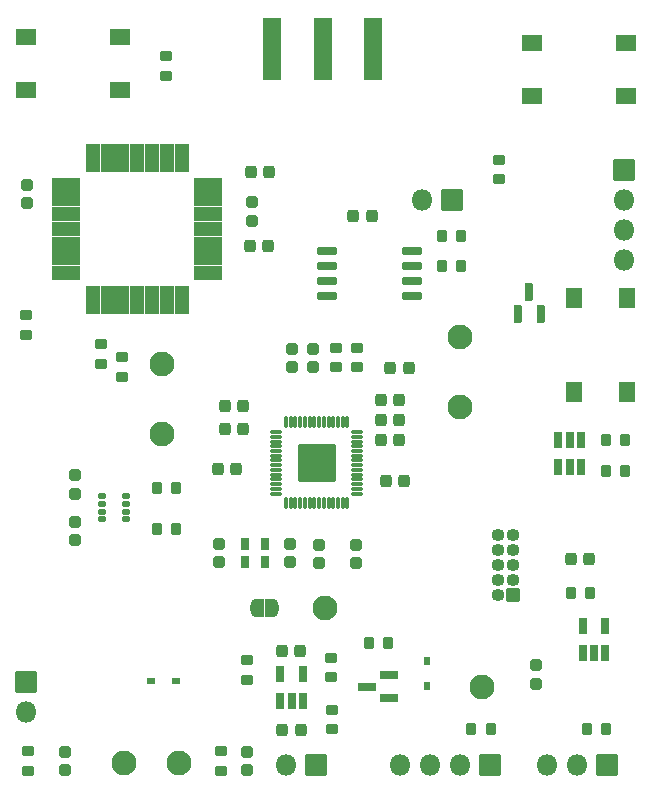
<source format=gts>
%TF.GenerationSoftware,KiCad,Pcbnew,6.0.2-378541a8eb~116~ubuntu20.04.1*%
%TF.CreationDate,2022-03-07T09:24:59-08:00*%
%TF.ProjectId,RP2040_WEDS,52503230-3430-45f5-9745-44532e6b6963,rev?*%
%TF.SameCoordinates,Original*%
%TF.FileFunction,Soldermask,Top*%
%TF.FilePolarity,Negative*%
%FSLAX46Y46*%
G04 Gerber Fmt 4.6, Leading zero omitted, Abs format (unit mm)*
G04 Created by KiCad (PCBNEW 6.0.2-378541a8eb~116~ubuntu20.04.1) date 2022-03-07 09:24:59*
%MOMM*%
%LPD*%
G01*
G04 APERTURE LIST*
G04 Aperture macros list*
%AMRoundRect*
0 Rectangle with rounded corners*
0 $1 Rounding radius*
0 $2 $3 $4 $5 $6 $7 $8 $9 X,Y pos of 4 corners*
0 Add a 4 corners polygon primitive as box body*
4,1,4,$2,$3,$4,$5,$6,$7,$8,$9,$2,$3,0*
0 Add four circle primitives for the rounded corners*
1,1,$1+$1,$2,$3*
1,1,$1+$1,$4,$5*
1,1,$1+$1,$6,$7*
1,1,$1+$1,$8,$9*
0 Add four rect primitives between the rounded corners*
20,1,$1+$1,$2,$3,$4,$5,0*
20,1,$1+$1,$4,$5,$6,$7,0*
20,1,$1+$1,$6,$7,$8,$9,0*
20,1,$1+$1,$8,$9,$2,$3,0*%
%AMFreePoly0*
4,1,37,0.535921,0.785921,0.550800,0.750000,0.550800,-0.750000,0.535921,-0.785921,0.500000,-0.800800,0.000000,-0.800800,-0.012526,-0.795612,-0.080872,-0.794359,-0.095090,-0.792057,-0.230405,-0.749782,-0.243405,-0.743581,-0.361415,-0.665026,-0.372153,-0.655426,-0.463373,-0.546907,-0.470984,-0.534678,-0.528079,-0.404919,-0.531952,-0.391047,-0.549535,-0.256587,-0.548147,-0.256405,-0.550800,-0.250000,
-0.550800,0.250000,-0.550314,0.251174,-0.550158,0.263925,-0.528347,0.404002,-0.524136,0.417775,-0.463888,0.546100,-0.455980,0.558139,-0.362136,0.664397,-0.351168,0.673732,-0.231273,0.749380,-0.218125,0.755261,-0.081818,0.794218,-0.067547,0.796173,-0.011991,0.795833,0.000000,0.800800,0.500000,0.800800,0.535921,0.785921,0.535921,0.785921,$1*%
%AMFreePoly1*
4,1,37,0.012350,0.795685,0.074215,0.795307,0.088460,0.793178,0.224281,0.752559,0.237356,0.746518,0.356318,0.669411,0.367173,0.659942,0.459711,0.552545,0.467470,0.540411,0.526147,0.411359,0.530190,0.397535,0.550287,0.257202,0.550800,0.250000,0.550800,-0.250000,0.550796,-0.250620,0.550647,-0.262836,0.549947,-0.270644,0.526427,-0.410445,0.522048,-0.424167,0.460236,-0.551746,
0.452182,-0.563686,0.357047,-0.668790,0.345965,-0.677991,0.225155,-0.752168,0.211936,-0.757888,0.075163,-0.795177,0.060870,-0.796957,0.011464,-0.796051,0.000000,-0.800800,-0.500000,-0.800800,-0.535921,-0.785921,-0.550800,-0.750000,-0.550800,0.750000,-0.535921,0.785921,-0.500000,0.800800,0.000000,0.800800,0.012350,0.795685,0.012350,0.795685,$1*%
G04 Aperture macros list end*
%ADD10RoundRect,0.050800X-0.250000X-0.175000X0.250000X-0.175000X0.250000X0.175000X-0.250000X0.175000X0*%
%ADD11RoundRect,0.275800X0.225000X0.250000X-0.225000X0.250000X-0.225000X-0.250000X0.225000X-0.250000X0*%
%ADD12RoundRect,0.275800X-0.225000X-0.250000X0.225000X-0.250000X0.225000X0.250000X-0.225000X0.250000X0*%
%ADD13RoundRect,0.275800X0.250000X-0.225000X0.250000X0.225000X-0.250000X0.225000X-0.250000X-0.225000X0*%
%ADD14RoundRect,0.275800X-0.250000X0.225000X-0.250000X-0.225000X0.250000X-0.225000X0.250000X0.225000X0*%
%ADD15RoundRect,0.050800X0.300000X0.225000X-0.300000X0.225000X-0.300000X-0.225000X0.300000X-0.225000X0*%
%ADD16RoundRect,0.269550X0.256250X-0.218750X0.256250X0.218750X-0.256250X0.218750X-0.256250X-0.218750X0*%
%ADD17RoundRect,0.050800X0.225000X-0.300000X0.225000X0.300000X-0.225000X0.300000X-0.225000X-0.300000X0*%
%ADD18RoundRect,0.050800X-0.850000X0.850000X-0.850000X-0.850000X0.850000X-0.850000X0.850000X0.850000X0*%
%ADD19O,1.801600X1.801600*%
%ADD20O,1.101600X1.101600*%
%ADD21RoundRect,0.050800X0.500000X0.500000X-0.500000X0.500000X-0.500000X-0.500000X0.500000X-0.500000X0*%
%ADD22RoundRect,0.200800X0.587500X0.150000X-0.587500X0.150000X-0.587500X-0.150000X0.587500X-0.150000X0*%
%ADD23RoundRect,0.200800X0.150000X-0.587500X0.150000X0.587500X-0.150000X0.587500X-0.150000X-0.587500X0*%
%ADD24RoundRect,0.250800X-0.275000X0.200000X-0.275000X-0.200000X0.275000X-0.200000X0.275000X0.200000X0*%
%ADD25RoundRect,0.250800X-0.200000X-0.275000X0.200000X-0.275000X0.200000X0.275000X-0.200000X0.275000X0*%
%ADD26RoundRect,0.250800X0.275000X-0.200000X0.275000X0.200000X-0.275000X0.200000X-0.275000X-0.200000X0*%
%ADD27RoundRect,0.250800X0.200000X0.275000X-0.200000X0.275000X-0.200000X-0.275000X0.200000X-0.275000X0*%
%ADD28RoundRect,0.050800X0.775000X0.650000X-0.775000X0.650000X-0.775000X-0.650000X0.775000X-0.650000X0*%
%ADD29RoundRect,0.050800X-0.650000X0.775000X-0.650000X-0.775000X0.650000X-0.775000X0.650000X0.775000X0*%
%ADD30RoundRect,0.056800X-0.414000X-0.094000X0.414000X-0.094000X0.414000X0.094000X-0.414000X0.094000X0*%
%ADD31RoundRect,0.070800X-0.080000X-0.400000X0.080000X-0.400000X0.080000X0.400000X-0.080000X0.400000X0*%
%ADD32RoundRect,0.050800X-1.550000X-1.550000X1.550000X-1.550000X1.550000X1.550000X-1.550000X1.550000X0*%
%ADD33RoundRect,0.200800X0.150000X-0.512500X0.150000X0.512500X-0.150000X0.512500X-0.150000X-0.512500X0*%
%ADD34RoundRect,0.200800X0.650000X0.150000X-0.650000X0.150000X-0.650000X-0.150000X0.650000X-0.150000X0*%
%ADD35RoundRect,0.050800X1.150000X-0.500000X1.150000X0.500000X-1.150000X0.500000X-1.150000X-0.500000X0*%
%ADD36RoundRect,0.050800X0.500000X1.150000X-0.500000X1.150000X-0.500000X-1.150000X0.500000X-1.150000X0*%
%ADD37RoundRect,0.050800X-1.150000X0.500000X-1.150000X-0.500000X1.150000X-0.500000X1.150000X0.500000X0*%
%ADD38RoundRect,0.050800X-0.500000X-1.150000X0.500000X-1.150000X0.500000X1.150000X-0.500000X1.150000X0*%
%ADD39RoundRect,0.050800X-0.325000X-0.425000X0.325000X-0.425000X0.325000X0.425000X-0.325000X0.425000X0*%
%ADD40RoundRect,0.050800X0.750000X2.540000X-0.750000X2.540000X-0.750000X-2.540000X0.750000X-2.540000X0*%
%ADD41FreePoly0,180.000000*%
%ADD42FreePoly1,180.000000*%
%ADD43C,2.101600*%
%ADD44RoundRect,0.050800X-0.850000X-0.850000X0.850000X-0.850000X0.850000X0.850000X-0.850000X0.850000X0*%
%ADD45RoundRect,0.050800X0.850000X0.850000X-0.850000X0.850000X-0.850000X-0.850000X0.850000X-0.850000X0*%
G04 APERTURE END LIST*
D10*
%TO.C,U4*%
X130670000Y-108900000D03*
X130670000Y-109550000D03*
X130670000Y-110200000D03*
X130670000Y-110850000D03*
X128620000Y-110850000D03*
X128620000Y-110200000D03*
X128620000Y-109550000D03*
X128620000Y-108900000D03*
%TD*%
D11*
%TO.C,C1*%
X140605000Y-101255000D03*
X139055000Y-101255000D03*
%TD*%
D12*
%TO.C,C2*%
X152655000Y-107555000D03*
X154205000Y-107555000D03*
%TD*%
%TO.C,C3*%
X152255000Y-102455000D03*
X153805000Y-102455000D03*
%TD*%
D13*
%TO.C,C4*%
X146530000Y-97930000D03*
X146530000Y-96380000D03*
%TD*%
D14*
%TO.C,C5*%
X147030000Y-112980000D03*
X147030000Y-114530000D03*
%TD*%
D11*
%TO.C,C6*%
X140005000Y-106555000D03*
X138455000Y-106555000D03*
%TD*%
D12*
%TO.C,C7*%
X152255000Y-104155000D03*
X153805000Y-104155000D03*
%TD*%
D11*
%TO.C,C8*%
X140600000Y-103200000D03*
X139050000Y-103200000D03*
%TD*%
%TO.C,C11*%
X145475000Y-128700000D03*
X143925000Y-128700000D03*
%TD*%
D14*
%TO.C,C10*%
X150130000Y-112980000D03*
X150130000Y-114530000D03*
%TD*%
D13*
%TO.C,C12*%
X144730000Y-97930000D03*
X144730000Y-96380000D03*
%TD*%
D12*
%TO.C,C13*%
X153055000Y-98055000D03*
X154605000Y-98055000D03*
%TD*%
D13*
%TO.C,C14*%
X165400000Y-124750000D03*
X165400000Y-123200000D03*
%TD*%
D14*
%TO.C,C15*%
X126345000Y-112575000D03*
X126345000Y-111025000D03*
%TD*%
D12*
%TO.C,C16*%
X149935000Y-85180000D03*
X151485000Y-85180000D03*
%TD*%
D13*
%TO.C,C17*%
X126345000Y-108675000D03*
X126345000Y-107125000D03*
%TD*%
D12*
%TO.C,C18*%
X168370000Y-114200000D03*
X169920000Y-114200000D03*
%TD*%
D14*
%TO.C,C20*%
X122330000Y-82530000D03*
X122330000Y-84080000D03*
%TD*%
D13*
%TO.C,C21*%
X138595000Y-114475000D03*
X138595000Y-112925000D03*
%TD*%
%TO.C,C22*%
X144595000Y-112925000D03*
X144595000Y-114475000D03*
%TD*%
D12*
%TO.C,C23*%
X141155000Y-87655000D03*
X142705000Y-87655000D03*
%TD*%
%TO.C,C24*%
X141255000Y-81455000D03*
X142805000Y-81455000D03*
%TD*%
D15*
%TO.C,D1*%
X134880000Y-124555000D03*
X132780000Y-124555000D03*
%TD*%
D16*
%TO.C,D2*%
X140945000Y-132087500D03*
X140945000Y-130512500D03*
%TD*%
D17*
%TO.C,D3*%
X156145000Y-124950000D03*
X156145000Y-122850000D03*
%TD*%
D18*
%TO.C,J5*%
X171375000Y-131600000D03*
D19*
X168835000Y-131600000D03*
X166295000Y-131600000D03*
%TD*%
D18*
%TO.C,J3*%
X161525000Y-131600000D03*
D19*
X158985000Y-131600000D03*
X156445000Y-131600000D03*
X153905000Y-131600000D03*
%TD*%
D20*
%TO.C,J7*%
X162200000Y-112170000D03*
X163470000Y-112170000D03*
X162200000Y-113440000D03*
X163470000Y-113440000D03*
X162200000Y-114710000D03*
X163470000Y-114710000D03*
X162200000Y-115980000D03*
X163470000Y-115980000D03*
X162200000Y-117250000D03*
D21*
X163470000Y-117250000D03*
%TD*%
D16*
%TO.C,L1*%
X141330000Y-85542500D03*
X141330000Y-83967500D03*
%TD*%
D22*
%TO.C,Q1*%
X152982500Y-125950000D03*
X152982500Y-124050000D03*
X151107500Y-125000000D03*
%TD*%
D23*
%TO.C,Q2*%
X163880000Y-93492500D03*
X165780000Y-93492500D03*
X164830000Y-91617500D03*
%TD*%
D24*
%TO.C,R1*%
X140945000Y-122775000D03*
X140945000Y-124425000D03*
%TD*%
D25*
%TO.C,R7*%
X157405000Y-89355000D03*
X159055000Y-89355000D03*
%TD*%
D26*
%TO.C,R8*%
X162270000Y-82035000D03*
X162270000Y-80385000D03*
%TD*%
D27*
%TO.C,R9*%
X152870000Y-121300000D03*
X151220000Y-121300000D03*
%TD*%
D25*
%TO.C,R11*%
X133270000Y-108200000D03*
X134920000Y-108200000D03*
%TD*%
%TO.C,R12*%
X133270000Y-111700000D03*
X134920000Y-111700000D03*
%TD*%
D24*
%TO.C,R13*%
X128530000Y-96030000D03*
X128530000Y-97680000D03*
%TD*%
D27*
%TO.C,R14*%
X172955000Y-104155000D03*
X171305000Y-104155000D03*
%TD*%
D24*
%TO.C,R15*%
X130350000Y-97100000D03*
X130350000Y-98750000D03*
%TD*%
D27*
%TO.C,R16*%
X172955000Y-106755000D03*
X171305000Y-106755000D03*
%TD*%
D26*
%TO.C,R17*%
X134030000Y-73280000D03*
X134030000Y-71630000D03*
%TD*%
D28*
%TO.C,SW1*%
X165025000Y-74990000D03*
X172975000Y-74990000D03*
X172975000Y-70490000D03*
X165025000Y-70490000D03*
%TD*%
D29*
%TO.C,SW2*%
X173080000Y-92080000D03*
X173080000Y-100030000D03*
X168580000Y-100030000D03*
X168580000Y-92080000D03*
%TD*%
D28*
%TO.C,SW3*%
X130205000Y-74505000D03*
X122255000Y-74505000D03*
X130205000Y-70005000D03*
X122255000Y-70005000D03*
%TD*%
D30*
%TO.C,U1*%
X143395000Y-103455000D03*
X143395000Y-103855000D03*
X143395000Y-104255000D03*
X143395000Y-104655000D03*
X143395000Y-105055000D03*
X143395000Y-105455000D03*
X143395000Y-105855000D03*
X143395000Y-106255000D03*
X143395000Y-106655000D03*
X143395000Y-107055000D03*
X143395000Y-107455000D03*
X143395000Y-107855000D03*
X143395000Y-108255000D03*
X143395000Y-108655000D03*
D31*
X144230000Y-109490000D03*
X144630000Y-109490000D03*
X145030000Y-109490000D03*
X145430000Y-109490000D03*
X145830000Y-109490000D03*
X146230000Y-109490000D03*
X146630000Y-109490000D03*
X147030000Y-109490000D03*
X147430000Y-109490000D03*
X147830000Y-109490000D03*
X148230000Y-109490000D03*
X148630000Y-109490000D03*
X149030000Y-109490000D03*
X149430000Y-109490000D03*
D30*
X150265000Y-108655000D03*
X150265000Y-108255000D03*
X150265000Y-107855000D03*
X150265000Y-107455000D03*
X150265000Y-107055000D03*
X150265000Y-106655000D03*
X150265000Y-106255000D03*
X150265000Y-105855000D03*
X150265000Y-105455000D03*
X150265000Y-105055000D03*
X150265000Y-104655000D03*
X150265000Y-104255000D03*
X150265000Y-103855000D03*
X150265000Y-103455000D03*
D31*
X149430000Y-102620000D03*
X149030000Y-102620000D03*
X148630000Y-102620000D03*
X148230000Y-102620000D03*
X147830000Y-102620000D03*
X147430000Y-102620000D03*
X147030000Y-102620000D03*
X146630000Y-102620000D03*
X146230000Y-102620000D03*
X145830000Y-102620000D03*
X145430000Y-102620000D03*
X145030000Y-102620000D03*
X144630000Y-102620000D03*
X144230000Y-102620000D03*
D32*
X146830000Y-106055000D03*
%TD*%
D33*
%TO.C,U2*%
X143750000Y-126237500D03*
X144700000Y-126237500D03*
X145650000Y-126237500D03*
X145650000Y-123962500D03*
X143750000Y-123962500D03*
%TD*%
D34*
%TO.C,U3*%
X154930000Y-91960000D03*
X154930000Y-90690000D03*
X154930000Y-89420000D03*
X154930000Y-88150000D03*
X147730000Y-88150000D03*
X147730000Y-89420000D03*
X147730000Y-90690000D03*
X147730000Y-91960000D03*
%TD*%
D35*
%TO.C,U6*%
X125630000Y-82505000D03*
X125630000Y-83755000D03*
X125630000Y-85005000D03*
X125630000Y-86255000D03*
X125630000Y-87505000D03*
X125630000Y-88755000D03*
X125630000Y-90005000D03*
D36*
X127880000Y-92255000D03*
X129130000Y-92255000D03*
X130380000Y-92255000D03*
X131630000Y-92255000D03*
X132880000Y-92255000D03*
X134130000Y-92255000D03*
X135380000Y-92255000D03*
D37*
X137630000Y-90005000D03*
X137630000Y-88755000D03*
X137630000Y-87505000D03*
X137630000Y-86255000D03*
X137630000Y-85005000D03*
X137630000Y-83755000D03*
X137630000Y-82505000D03*
D38*
X135380000Y-80255000D03*
X134130000Y-80255000D03*
X132880000Y-80255000D03*
X131630000Y-80255000D03*
X130380000Y-80255000D03*
X129130000Y-80255000D03*
X127880000Y-80255000D03*
%TD*%
D33*
%TO.C,U7*%
X167280000Y-106392500D03*
X168230000Y-106392500D03*
X169180000Y-106392500D03*
X169180000Y-104117500D03*
X168230000Y-104117500D03*
X167280000Y-104117500D03*
%TD*%
D39*
%TO.C,Y1*%
X140770000Y-114475000D03*
X142420000Y-114475000D03*
X142420000Y-112925000D03*
X140770000Y-112925000D03*
%TD*%
D40*
%TO.C,J8*%
X147330000Y-71055000D03*
X151580000Y-71055000D03*
X143080000Y-71055000D03*
%TD*%
D41*
%TO.C,JP1*%
X143080000Y-118355000D03*
D42*
X141780000Y-118355000D03*
%TD*%
D43*
%TO.C,TP3*%
X135145000Y-131500000D03*
%TD*%
%TO.C,TP1*%
X147530000Y-118355000D03*
%TD*%
%TO.C,TP6*%
X133745000Y-97700000D03*
%TD*%
%TO.C,TP7*%
X133745000Y-103600000D03*
%TD*%
D11*
%TO.C,C19*%
X145420000Y-121975000D03*
X143870000Y-121975000D03*
%TD*%
D26*
%TO.C,R22*%
X122345000Y-132125000D03*
X122345000Y-130475000D03*
%TD*%
D25*
%TO.C,R21*%
X168320000Y-117100000D03*
X169970000Y-117100000D03*
%TD*%
D43*
%TO.C,TP8*%
X160845000Y-125000000D03*
%TD*%
%TO.C,TP2*%
X158945000Y-101300000D03*
%TD*%
D44*
%TO.C,J6*%
X172820000Y-81250000D03*
D19*
X172820000Y-83790000D03*
X172820000Y-86330000D03*
X172820000Y-88870000D03*
%TD*%
D26*
%TO.C,R5*%
X138745000Y-132125000D03*
X138745000Y-130475000D03*
%TD*%
%TO.C,R3*%
X150230000Y-97980000D03*
X150230000Y-96330000D03*
%TD*%
D33*
%TO.C,U5*%
X169375000Y-122162500D03*
X170325000Y-122162500D03*
X171275000Y-122162500D03*
X171275000Y-119887500D03*
X169375000Y-119887500D03*
%TD*%
D11*
%TO.C,C9*%
X153805000Y-100755000D03*
X152255000Y-100755000D03*
%TD*%
D16*
%TO.C,D4*%
X125545000Y-132087500D03*
X125545000Y-130512500D03*
%TD*%
D26*
%TO.C,R20*%
X122245000Y-95225000D03*
X122245000Y-93575000D03*
%TD*%
D43*
%TO.C,TP4*%
X130545000Y-131500000D03*
%TD*%
D25*
%TO.C,R6*%
X157405000Y-86855000D03*
X159055000Y-86855000D03*
%TD*%
%TO.C,R18*%
X159895000Y-128600000D03*
X161545000Y-128600000D03*
%TD*%
D26*
%TO.C,R4*%
X148430000Y-97980000D03*
X148430000Y-96330000D03*
%TD*%
D25*
%TO.C,R19*%
X169695000Y-128600000D03*
X171345000Y-128600000D03*
%TD*%
D24*
%TO.C,R10*%
X148045000Y-122575000D03*
X148045000Y-124225000D03*
%TD*%
D43*
%TO.C,TP5*%
X158945000Y-95400000D03*
%TD*%
D18*
%TO.C,J2*%
X158300000Y-83800000D03*
D19*
X155760000Y-83800000D03*
%TD*%
D26*
%TO.C,R2*%
X148145000Y-128625000D03*
X148145000Y-126975000D03*
%TD*%
D45*
%TO.C,J4*%
X146725000Y-131600000D03*
D19*
X144185000Y-131600000D03*
%TD*%
D45*
%TO.C,J9*%
X122225000Y-124600000D03*
D19*
X122225000Y-127140000D03*
%TD*%
M02*

</source>
